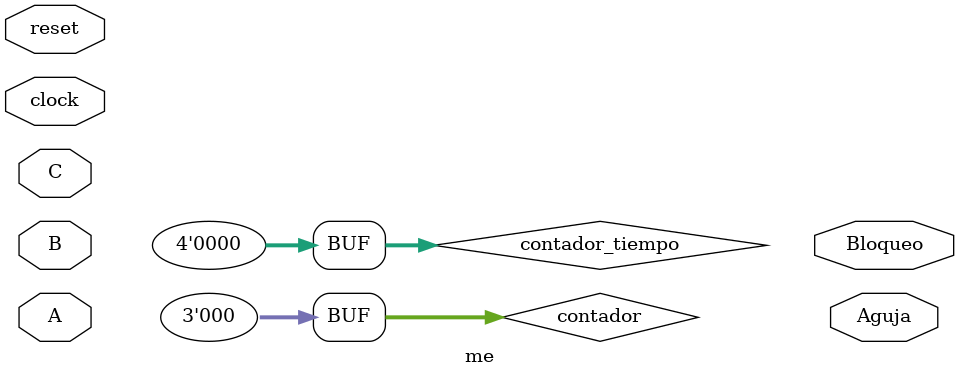
<source format=v>
module me (
    input reset, A, B, C, clock,
    output reg Bloqueo,
    output reg Aguja
);

// Variables internas
reg [7:0] state;
reg [7:0] nxt_state;
reg [7:0] last_state;

// Variables para el control del tiempo
reg [3:0] contador_tiempo = 0; // Contador de 4 bits para contar hasta 15 segundos
reg [2:0] contador = 0;

// Máquina de estados
always @(posedge clock or posedge reset) begin
    if (reset) begin
        state <= 8'b00000000; 
    end else begin
        state <= nxt_state;
    end
end

// Lógica de próximo estado
always @(*) begin
    nxt_state = state; // Por defecto, próximo estado es el mismo que el estado actual

    case(state)
       //8'b00000000: if (A == 1 && B == 0) nxt_state <= 8'b00000000;
       8'b00000000: if (A == 1 && B == 1) nxt_state <= 8'b00000001;
       8'b00000001: if (A == 1 && B == 0) nxt_state = 8'b00000010;
       8'b00000010: if (A == 1 && B == 1) nxt_state = 8'b00000101;
       8'b00000101: if (A == 1 && B == 0) nxt_state = 8'b00001010;
       8'b00001010: if (A == 1 && B == 0) nxt_state = 8'b00010100;

       

        /*default: begin
            //nxt_state = 8'b00000000; // Manejo de estado inesperado
            if (state == last_state) begin
                    contador <= contador + 1;
            end
        end*/
    endcase
    //last_state = state; // Actualizar el último estado
/*

 /*
        if (A == 0 && B == 0 && C == 1) begin
            // Si A y B son 0, y C es 1, bajar la aguja
            Aguja = 0;
        end else if (A == 1 && B == 1 && C == 0) begin
            // Si A y B son 1, y C es 0, levantar la aguja
            Aguja = 1;
        end else begin
            // En cualquier otro caso, mantener la aguja en su estado anterior
            Aguja = 0;
        end
        
        if (A == 1 && C == 1) begin
            // Si A y C son 1, encender la alarma
            Bloqueo = 1;
        end else if (A == 0 && C == 0) begin
            // Si A y C son 0, apagar la alarma
            Bloqueo = 0;
        end else begin
            // En cualquier otro caso, mantener el estado de la alarma
            Bloqueo = Bloqueo;  
        end
    end


// Incrementar el contador de tiempo en cada ciclo de reloj
always @(posedge clock) begin
    if (reset) begin
        contador_tiempo <= 0;
    end else if (contador_tiempo < 15) begin
        contador_tiempo <= contador_tiempo + 1;
    end
end

// Lógica adicional para evitar que se levante la alarma si se levanta la aguja, y viceversa
always @(posedge clock) begin
    $display("Estado actual: A=%b, B=%b, C=%b, Bloqueo=%b, Aguja=%b", A, B, C, Bloqueo, Aguja);
  */  
end

endmodule

</source>
